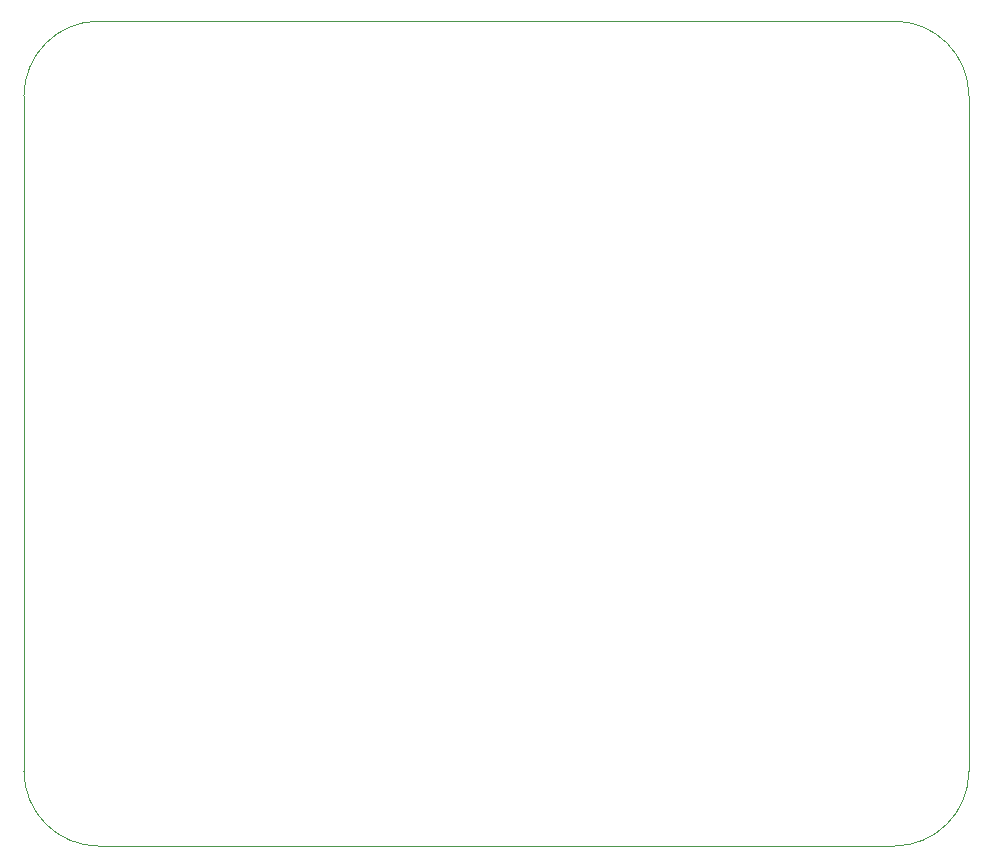
<source format=gbr>
%TF.GenerationSoftware,KiCad,Pcbnew,(5.1.10)-1*%
%TF.CreationDate,2022-01-11T17:35:31-08:00*%
%TF.ProjectId,science_cake_mosfets_2,73636965-6e63-4655-9f63-616b655f6d6f,rev?*%
%TF.SameCoordinates,Original*%
%TF.FileFunction,Profile,NP*%
%FSLAX46Y46*%
G04 Gerber Fmt 4.6, Leading zero omitted, Abs format (unit mm)*
G04 Created by KiCad (PCBNEW (5.1.10)-1) date 2022-01-11 17:35:31*
%MOMM*%
%LPD*%
G01*
G04 APERTURE LIST*
%TA.AperFunction,Profile*%
%ADD10C,0.050000*%
%TD*%
G04 APERTURE END LIST*
D10*
X161290000Y-76200000D02*
G75*
G02*
X167640000Y-82550000I0J-6350000D01*
G01*
X167640000Y-139700000D02*
G75*
G02*
X161290000Y-146050000I-6350000J0D01*
G01*
X93980000Y-146050000D02*
G75*
G02*
X87630000Y-139700000I0J6350000D01*
G01*
X87630000Y-82550000D02*
G75*
G02*
X93980000Y-76200000I6350000J0D01*
G01*
X93980000Y-76200000D02*
X161290000Y-76200000D01*
X87630000Y-139700000D02*
X87630000Y-82550000D01*
X161290000Y-146050000D02*
X93980000Y-146050000D01*
X167640000Y-82550000D02*
X167640000Y-139700000D01*
M02*

</source>
